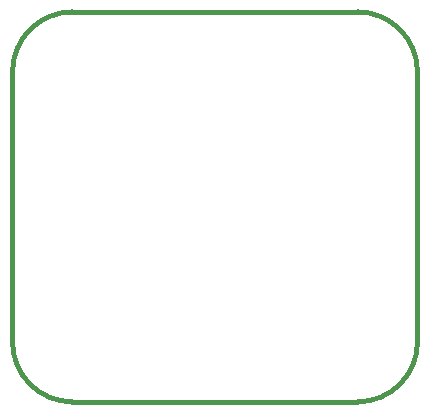
<source format=gko>
%FSLAX25Y25*%
%MOIN*%
G70*
G01*
G75*
G04 Layer_Color=16711935*
%ADD10R,0.05315X0.04528*%
%ADD11R,0.03150X0.05906*%
%ADD12R,0.03937X0.03937*%
%ADD13R,0.03543X0.03937*%
%ADD14R,0.03150X0.01181*%
%ADD15R,0.07000X0.08500*%
%ADD16R,0.03937X0.03543*%
%ADD17R,0.03740X0.07480*%
%ADD18R,0.26772X0.27165*%
%ADD19R,0.03937X0.03937*%
%ADD20R,0.09449X0.12992*%
%ADD21R,0.09449X0.03937*%
%ADD22O,0.08268X0.02362*%
%ADD23R,0.06693X0.04134*%
%ADD24R,0.02165X0.04134*%
%ADD25R,0.01575X0.04921*%
%ADD26R,0.04528X0.05315*%
%ADD27C,0.01000*%
%ADD28C,0.01200*%
%ADD29C,0.01500*%
%ADD30C,0.03000*%
%ADD31C,0.02500*%
%ADD32C,0.02000*%
%ADD33C,0.07000*%
%ADD34C,0.21000*%
%ADD35C,0.11811*%
%ADD36C,0.15748*%
%ADD37C,0.03000*%
%ADD38C,0.06000*%
%ADD39R,0.06115X0.05328*%
%ADD40R,0.03950X0.06706*%
%ADD41R,0.04537X0.04537*%
%ADD42R,0.04343X0.04737*%
%ADD43R,0.03950X0.01981*%
%ADD44R,0.07800X0.09300*%
%ADD45R,0.04737X0.04343*%
%ADD46R,0.04540X0.08280*%
%ADD47R,0.27572X0.27965*%
%ADD48R,0.04537X0.04537*%
%ADD49R,0.10249X0.13792*%
%ADD50R,0.10249X0.04737*%
%ADD51O,0.09068X0.03162*%
%ADD52R,0.07493X0.04934*%
%ADD53R,0.02965X0.04934*%
%ADD54R,0.02375X0.05721*%
%ADD55R,0.05328X0.06115*%
%ADD56C,0.07600*%
%ADD57C,0.21800*%
%ADD58C,0.12611*%
%ADD59C,0.16548*%
%ADD60C,0.00800*%
D29*
X-15000Y5000D02*
G03*
X5000Y-15000I20000J0D01*
G01*
X100000D02*
G03*
X120000Y5000I0J20000D01*
G01*
X120000Y95000D02*
G03*
X100000Y115000I-20000J0D01*
G01*
X5000D02*
G03*
X-15000Y95000I0J-20000D01*
G01*
X5000Y-15000D02*
Y-15000D01*
Y-15000D02*
X100000D01*
Y-15000D01*
X120000Y5000D02*
Y95000D01*
X120000D02*
X120000D01*
X5000Y115000D02*
X100000D01*
X-15000Y95000D02*
X-15000D01*
X-15000Y5000D02*
Y95000D01*
M02*

</source>
